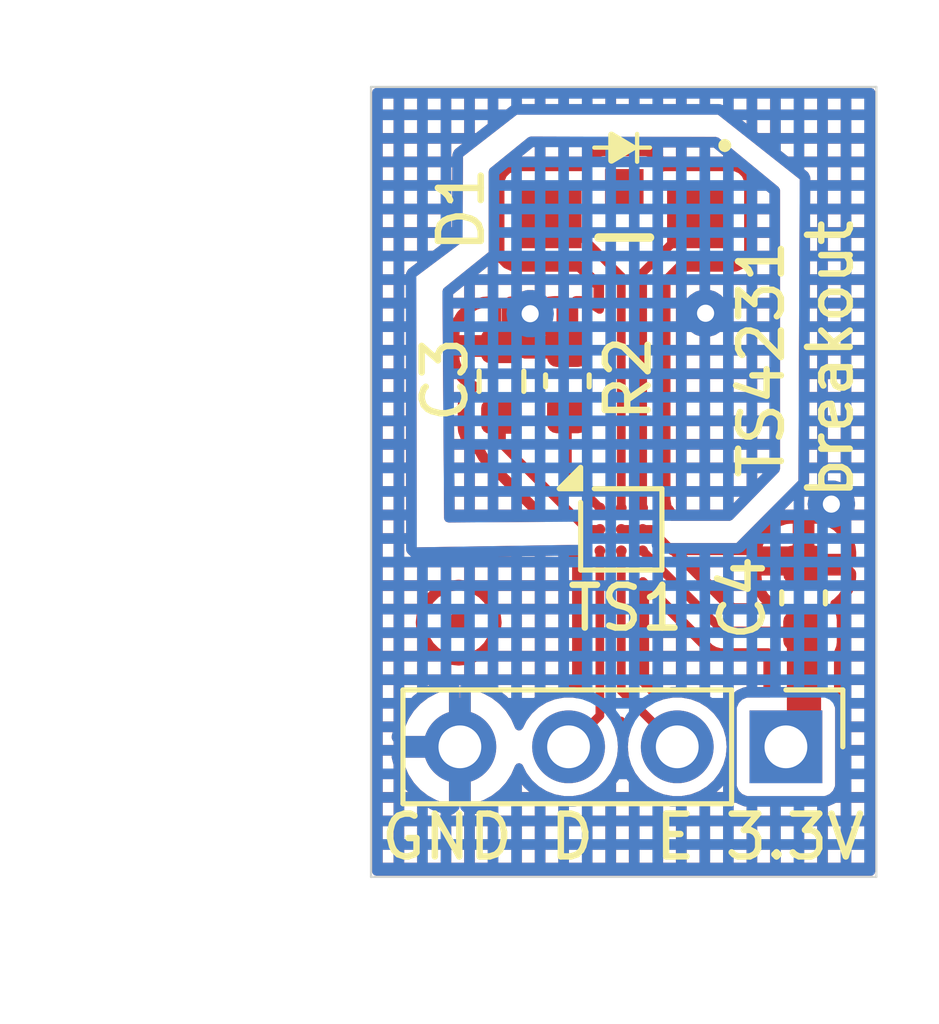
<source format=kicad_pcb>
(kicad_pcb (version 20240108) (generator "pcbnew") (generator_version "8.0")
  (layers (0 "F.Cu" signal) (31 "B.Cu" signal) (34 "B.Paste" user) (35 "F.Paste" user) (36 "B.SilkS" user "B.Silkscreen") (37 "F.SilkS" user "F.Silkscreen") (38 "B.Mask" user) (39 "F.Mask" user) (44 "Edge.Cuts" user))
  (net 0 "")
  (net 1 "+3V3")
  (net 2 "GND")
  (net 3 "/AVDD")
  (net 4 "/RBIAS")
  (net 5 "/IIN-")
  (net 6 "E_1")
  (net 7 "D_1")
  (net 8 "/IIN+")
  (footprint "Connector_PinHeader_2.54mm:PinHeader_1x04_P2.54mm_Vertical" (layer "F.Cu") (at 84.72388 54.8824 -90)
    (property "Reference" "J1" (hide yes))
    (property "Value" "Conn_01x04_Male")
    (fp_line (start -1.33 8.95) (end 1.33 8.95) (stroke (width 0.12)) (layer "F.SilkS"))
    (fp_line (start -1.33 1.27) (end -1.33 8.95) (stroke (width 0.12)) (layer "F.SilkS"))
    (fp_line (start -1.33 1.27) (end 1.33 1.27) (stroke (width 0.12)) (layer "F.SilkS"))
    (fp_line (start 1.33 1.27) (end 1.33 8.95) (stroke (width 0.12)) (layer "F.SilkS"))
    (fp_line (start -1.33 0) (end -1.33 -1.33) (stroke (width 0.12)) (layer "F.SilkS"))
    (fp_line (start -1.33 -1.33) (end 0 -1.33) (stroke (width 0.12)) (layer "F.SilkS"))
    (pad "1" thru_hole rect (at 0 0 270) (size 1.7 1.7) (drill 1) (layers "*.Cu" "*.Mask") (net 1 "+3V3"))
    (pad "2" thru_hole oval (at 0 2.54 270) (size 1.7 1.7) (drill 1) (layers "*.Cu" "*.Mask") (net 6 "E_1"))
    (pad "3" thru_hole oval (at 0 5.08 270) (size 1.7 1.7) (drill 1) (layers "*.Cu" "*.Mask") (net 7 "D_1"))
    (pad "4" thru_hole oval (at 0 7.62 270) (size 1.7 1.7) (drill 1) (layers "*.Cu" "*.Mask") (net 2 "GND"))
  )
  (footprint "Capacitor_SMD:C_0603_1608Metric" (layer "F.Cu") (at 85.13616 51.40106 90)
    (property "Reference" "C4" (at 0 -1.43 90) (layer "F.SilkS"))
    (property "Value" "100nF, X7R")
    (fp_line (start -0.140581 -0.51) (end 0.140581 -0.51) (stroke (width 0.12)) (layer "F.SilkS"))
    (fp_line (start -0.140581 0.51) (end 0.140581 0.51) (stroke (width 0.12)) (layer "F.SilkS"))
    (pad "1" smd roundrect (at -0.775 0 90) (size 0.9 0.95) (layers "F.Cu" "F.Paste" "F.Mask") (net 1 "+3V3"))
    (pad "2" smd roundrect (at 0.775 0 90) (size 0.9 0.95) (layers "F.Cu" "F.Paste" "F.Mask") (net 2 "GND"))
  )
  (footprint "Capacitor_SMD:C_0603_1608Metric" (layer "F.Cu") (at 79.61616 46.33106 90)
    (property "Reference" "C3" (at 0.03 -2.86 90) (layer "F.SilkS"))
    (property "Value" "1uF")
    (fp_line (start -0.140581 -0.51) (end 0.140581 -0.51) (stroke (width 0.12)) (layer "F.SilkS"))
    (fp_line (start -0.140581 0.51) (end 0.140581 0.51) (stroke (width 0.12)) (layer "F.SilkS"))
    (pad "1" smd roundrect (at -0.775 0 90) (size 0.9 0.95) (layers "F.Cu" "F.Paste" "F.Mask") (net 3 "/AVDD"))
    (pad "2" smd roundrect (at 0.775 0 90) (size 0.9 0.95) (layers "F.Cu" "F.Paste" "F.Mask") (net 2 "GND"))
  )
  (footprint "Package_BGA:BGA-9_1.6x1.6mm_Layout3x3_P0.5mm" (layer "F.Cu") (at 80.87616 49.80106)
    (property "Reference" "TS1" (at 0.1 1.84 0) (layer "F.SilkS"))
    (property "Value" "TS4231")
    (fp_line (start -0.95 -0.63) (end -0.95 0.95) (stroke (width 0.12)) (layer "F.SilkS"))
    (fp_line (start -0.95 0.95) (end 0.95 0.95) (stroke (width 0.12)) (layer "F.SilkS"))
    (fp_line (start 0.95 -0.95) (end -0.63 -0.95) (stroke (width 0.12)) (layer "F.SilkS"))
    (fp_line (start 0.95 0.95) (end 0.95 -0.95) (stroke (width 0.12)) (layer "F.SilkS"))
    (fp_poly (pts (xy -0.95 -0.95) (xy -1.45 -0.95) (xy -0.95 -1.45) (xy -0.95 -0.95)) (stroke (width 0.12)) (fill solid) (layer "F.SilkS"))
    (pad "A1" smd circle (at -0.5 -0.5) (size 0.25 0.25) (property pad_prop_bga) (layers "F.Cu" "F.Paste" "F.Mask") (net 3 "/AVDD"))
    (pad "A2" smd circle (at 0 -0.5) (size 0.25 0.25) (property pad_prop_bga) (layers "F.Cu" "F.Paste" "F.Mask") (net 8 "/IIN+"))
    (pad "A3" smd circle (at 0.5 -0.5) (size 0.25 0.25) (property pad_prop_bga) (layers "F.Cu" "F.Paste" "F.Mask") (net 5 "/IIN-"))
    (pad "B1" smd circle (at -0.5 0) (size 0.25 0.25) (property pad_prop_bga) (layers "F.Cu" "F.Paste" "F.Mask") (net 4 "/RBIAS"))
    (pad "B2" smd circle (at 0 0) (size 0.25 0.25) (property pad_prop_bga) (layers "F.Cu" "F.Paste" "F.Mask") (net 2 "GND"))
    (pad "B3" smd circle (at 0.5 0) (size 0.25 0.25) (property pad_prop_bga) (layers "F.Cu" "F.Paste" "F.Mask") (net 2 "GND"))
    (pad "C1" smd circle (at -0.5 0.5) (size 0.25 0.25) (property pad_prop_bga) (layers "F.Cu" "F.Paste" "F.Mask") (net 7 "D_1"))
    (pad "C2" smd circle (at 0 0.5) (size 0.25 0.25) (property pad_prop_bga) (layers "F.Cu" "F.Paste" "F.Mask") (net 6 "E_1"))
    (pad "C3" smd circle (at 0.5 0.5) (size 0.25 0.25) (property pad_prop_bga) (layers "F.Cu" "F.Paste" "F.Mask") (net 1 "+3V3"))
  )
  (footprint "Resistor_SMD:R_0603_1608Metric" (layer "F.Cu") (at 78.07616 46.34106 -90)
    (property "Reference" "R2" (at -0.07 -2.96 90) (layer "F.SilkS"))
    (property "Value" "15K")
    (fp_line (start -0.237258 0.5225) (end 0.237258 0.5225) (stroke (width 0.12)) (layer "F.SilkS"))
    (fp_line (start -0.237258 -0.5225) (end 0.237258 -0.5225) (stroke (width 0.12)) (layer "F.SilkS"))
    (pad "1" smd roundrect (at -0.825 0 270) (size 0.8 0.95) (layers "F.Cu" "F.Paste" "F.Mask") (net 2 "GND"))
    (pad "2" smd roundrect (at 0.825 0 270) (size 0.8 0.95) (layers "F.Cu" "F.Paste" "F.Mask") (net 4 "/RBIAS"))
  )
  (footprint "Fiducial:Fiducial_0.5mm_Mask1.5mm" (layer "F.Cu") (at 77.07616 51.98106)
    (property "Reference" "REF**" (hide yes))
    (property "Value" "Fiducial_0.5mm_Mask1.5mm")
    (pad "" smd circle (at 0 0) (size 0.5 0.5) (layers "F.Cu" "F.Mask") (clearance 0.5))
  )
  (footprint "Footprints:VEMD10940FX01" (layer "F.Cu") (at 80.94616 42.48106 -90)
    (property "Reference" "D1" (at -0.16 3.81 90) (layer "F.SilkS"))
    (property "Value" "VEMD10940F" (hide yes))
    (fp_line (start -1.6 0.7) (end -1.6 -0.6) (stroke (width 0.1)) (layer "F.SilkS"))
    (fp_line (start -1.270001 -0.3) (end -1.92 -0.3) (stroke (width 0.1)) (layer "F.SilkS"))
    (fp_line (start 0.499999 -0.6) (end 0.499999 0.6) (stroke (width 0.2)) (layer "F.SilkS"))
    (fp_line (start -1.7 -2.349999) (end -1.7 -2.349999) (stroke (width 0.2)) (layer "F.SilkS"))
    (fp_line (start -1.7 -2.349999) (end -1.7 -2.349999) (stroke (width 0.2)) (layer "F.SilkS"))
    (fp_line (start -1.6 -2.35) (end -1.6 -2.35) (stroke (width 0.2)) (layer "F.SilkS"))
    (fp_arc (start -1.7 -2.349999) (mid -1.650001 -2.4) (end -1.6 -2.35) (stroke (width 0.2)) (layer "F.SilkS"))
    (fp_arc (start -1.6 -2.35) (mid -1.65 -2.3) (end -1.7 -2.349999) (stroke (width 0.2)) (layer "F.SilkS"))
    (fp_arc (start -1.6 -2.35) (mid -1.65 -2.3) (end -1.7 -2.349999) (stroke (width 0.2)) (layer "F.SilkS"))
    (fp_poly (pts (xy -1.3 0.3) (xy -1.9 0.3) (xy -1.6 -0.2)) (stroke (width 0.15)) (fill solid) (layer "F.SilkS"))
    (pad "1" smd rect (at 0 -1.75) (size 1.5 1.5) (layers "F.Cu" "F.Paste" "F.Mask") (net 5 "/IIN-"))
    (pad "2" smd rect (at 0 1.75) (size 1.5 1.5) (layers "F.Cu" "F.Paste" "F.Mask") (net 8 "/IIN+"))
    (pad "3" smd rect (at -0.649999 0) (size 0.9 0.9) (layers "F.Cu" "F.Paste" "F.Mask"))
  )
  (gr_line (start 86.83616 57.92106) (end 75.02616 57.92106) (stroke (width 0.05)) (layer "Edge.Cuts"))
  (gr_line (start 75.02616 57.92106) (end 75.02616 39.46206) (stroke (width 0.05)) (layer "Edge.Cuts"))
  (gr_line (start 75.02616 39.46206) (end 86.83716 39.46206) (stroke (width 0.05)) (layer "Edge.Cuts"))
  (gr_line (start 86.83716 39.46206) (end 86.83616 57.92106) (stroke (width 0.05)) (layer "Edge.Cuts"))
  (gr_text "TS4231\nbreakout" (at 86.34616 45.82106 90) (layer "F.SilkS") (effects (font (size 1 1)) (justify bottom)))
  (gr_text "E" (at 82.13816 56.98806 0) (layer "F.SilkS") (effects (font (size 1 1))))
  (gr_text "3.3V" (at 84.93216 56.98806 0) (layer "F.SilkS") (effects (font (size 1 1))))
  (gr_text "D" (at 79.72516 56.98806 0) (layer "F.SilkS") (effects (font (size 1 1))))
  (gr_text "GND" (at 76.80416 56.98806 0) (layer "F.SilkS") (effects (font (size 1 1))))
  (segment (start 85.14616 54.46012) (end 85.14616 52.18606) (width 0.8) (layer "F.Cu") (net 1))
  (segment (start 85.14616 52.18606) (end 85.13616 52.17606) (width 0.8) (layer "F.Cu") (net 1))
  (segment (start 83.25116 52.17606) (end 85.13616 52.17606) (width 0.203) (layer "F.Cu") (net 1))
  (segment (start 81.37616 50.30106) (end 83.25116 52.17606) (width 0.203) (layer "F.Cu") (net 1))
  (segment (start 84.72388 54.8824) (end 85.14616 54.46012) (width 0.8) (layer "F.Cu") (net 1))
  (segment (start 84.81116 50.30106) (end 85.13616 50.62606) (width 0.203) (layer "F.Cu") (net 2))
  (segment (start 79.54116 45.55606) (end 78.74616 44.76106) (width 0.203) (layer "F.Cu") (net 2))
  (segment (start 80.87616 49.80106) (end 81.37616 49.80106) (width 0.203) (layer "F.Cu") (net 2))
  (segment (start 78.07616 45.43106) (end 78.74616 44.76106) (width 0.203) (layer "F.Cu") (net 2))
  (segment (start 79.61616 45.55606) (end 79.54116 45.55606) (width 0.203) (layer "F.Cu") (net 2))
  (segment (start 78.07616 45.51606) (end 78.07616 45.43106) (width 0.203) (layer "F.Cu") (net 2))
  (segment (start 81.56616 49.80106) (end 82.06616 50.30106) (width 0.203) (layer "F.Cu") (net 2))
  (segment (start 81.37616 49.80106) (end 81.56616 49.80106) (width 0.203) (layer "F.Cu") (net 2))
  (segment (start 82.06616 50.30106) (end 84.81116 50.30106) (width 0.203) (layer "F.Cu") (net 2))
  (via (at 82.84616 44.75106) (size 0.8) (drill 0.4) (layers "F.Cu" "B.Cu") (net 2))
  (via (at 78.74616 44.76106) (size 0.8) (drill 0.4) (layers "F.Cu" "B.Cu") (net 2))
  (via (at 85.78616 49.21106) (size 0.8) (drill 0.4) (layers "F.Cu" "B.Cu") (net 2))
  (segment (start 79.61616 48.54106) (end 79.61616 47.10606) (width 0.203) (layer "F.Cu") (net 3))
  (segment (start 80.37616 49.30106) (end 79.61616 48.54106) (width 0.203) (layer "F.Cu") (net 3))
  (segment (start 78.07616 47.80106) (end 78.07616 47.16606) (width 0.203) (layer "F.Cu") (net 4))
  (segment (start 80.07616 49.80106) (end 78.07616 47.80106) (width 0.203) (layer "F.Cu") (net 4))
  (segment (start 80.37616 49.80106) (end 80.07616 49.80106) (width 0.203) (layer "F.Cu") (net 4))
  (segment (start 81.37616 43.80106) (end 81.37616 49.30106) (width 0.203) (layer "F.Cu") (net 5))
  (segment (start 82.69616 42.48106) (end 81.37616 43.80106) (width 0.203) (layer "F.Cu") (net 5))
  (segment (start 80.87616 53.57468) (end 82.18388 54.8824) (width 0.203) (layer "F.Cu") (net 6))
  (segment (start 80.87616 50.30106) (end 80.87616 53.57468) (width 0.203) (layer "F.Cu") (net 6))
  (segment (start 80.37616 50.30106) (end 80.37616 54.15012) (width 0.203) (layer "F.Cu") (net 7))
  (segment (start 80.37616 54.15012) (end 79.64388 54.8824) (width 0.203) (layer "F.Cu") (net 7))
  (segment (start 79.46616 42.48106) (end 80.87616 43.89106) (width 0.203) (layer "F.Cu") (net 8))
  (segment (start 80.87616 43.89106) (end 80.87616 49.30106) (width 0.203) (layer "F.Cu") (net 8))
  (segment (start 79.19616 42.48106) (end 79.46616 42.48106) (width 0.203) (layer "F.Cu") (net 8))
  (zone (net 0) (net_name "") (layers "F&B.Cu") (name "Trench") (connect_pads (clearance 0)) (min_thickness 0.203)
    (keepout (tracks allowed) (vias not_allowed) (pads not_allowed) (copperpour not_allowed) (footprints allowed))
    (fill (thermal_gap 0.508) (thermal_bridge_width 0.508))
    (polygon (pts (xy 78.72616 40.62106) (xy 83.12616 40.63106) (xy 84.58616 41.83106) (xy 84.58616 48.43106) (xy 83.44616 49.60106) (xy 81.85616 49.60106) (xy 81.83616 50.12106) (xy 83.56616 50.12106) (xy 85.01616 48.66106) (xy 85.04616 41.62106) (xy 83.13616 40.11106) (xy 78.43616 40.11106) (xy 77.17616 41.09106) (xy 77.16616 43.08106) (xy 76.08616 43.89106) (xy 76.09616 50.22106) (xy 79.91616 50.16106) (xy 79.91616 49.62106) (xy 76.73616 49.64106) (xy 76.69616 44.19106) (xy 77.77616 43.32106) (xy 77.77616 41.39106)))
  )
  (zone (net 2) (net_name "GND") (layers "F&B.Cu") (name "GND") (priority 1) (connect_pads (clearance 0.3)) (min_thickness 0.203) (fill yes (mode hatch) (thermal_gap 0.508) (thermal_bridge_width 0.508) (hatch_thickness 0.25) (hatch_gap 0.3) (hatch_orientation 0) (hatch_border_algorithm hatch_thickness) (hatch_min_hole_area 0.3))
    (polygon (pts (xy 72.83616 37.60106) (xy 87.98616 37.43106) (xy 88.32616 61.36106) (xy 72.68616 61.30106)))
  )
)
</source>
